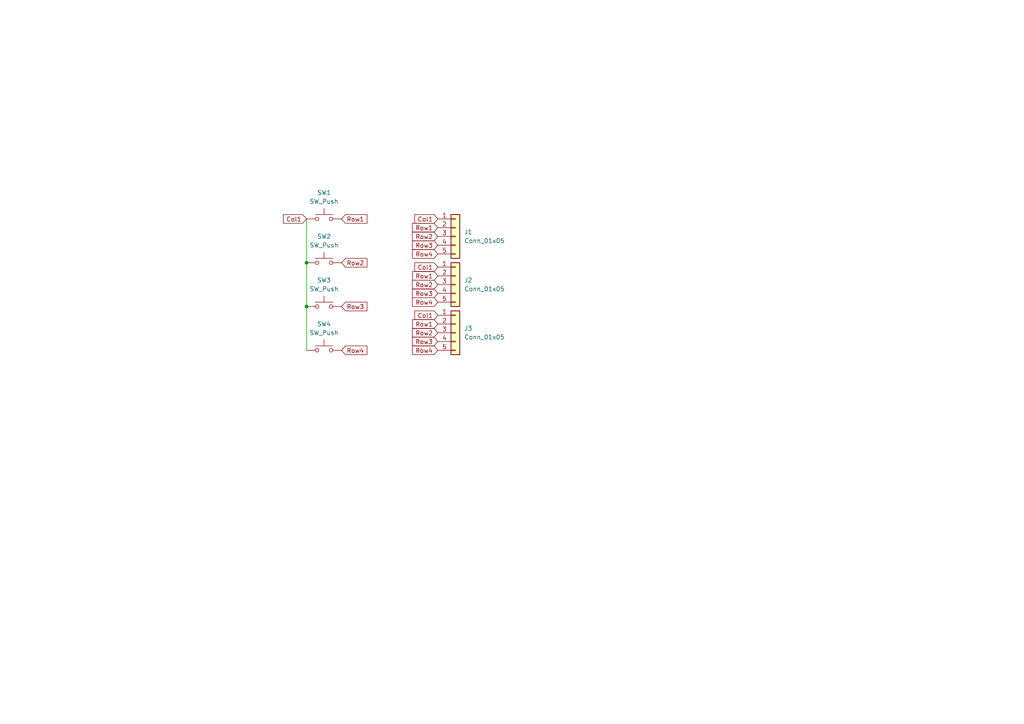
<source format=kicad_sch>
(kicad_sch (version 20211123) (generator eeschema)
  (paper "A4")
  (lib_symbols
    (symbol "Connector_Generic:Conn_01x05" (pin_names (offset 1.016) hide)
      (property "Reference" "J" (at 0 7.62 0))
      (property "Value" "Conn_01x05" (at 0 -7.62 0))
      (symbol "Conn_01x05_1_1"
        (rectangle (start -1.27 -4.953) (end 0 -5.207) (stroke (width 0.1524)))
        (rectangle (start -1.27 -2.413) (end 0 -2.667) (stroke (width 0.1524)))
        (rectangle (start -1.27 0.127) (end 0 -0.127) (stroke (width 0.1524)))
        (rectangle (start -1.27 2.667) (end 0 2.413) (stroke (width 0.1524)))
        (rectangle (start -1.27 5.207) (end 0 4.953) (stroke (width 0.1524)))
        (rectangle (start -1.27 6.35) (end 1.27 -6.35) (stroke (width 0.254)) (fill (type background)))
        (pin passive line (at -5.08 5.08 0) (length 3.81) (name "Pin_1") (number "1"))
        (pin passive line (at -5.08 2.54 0) (length 3.81) (name "Pin_2") (number "2"))
        (pin passive line (at -5.08 0 0) (length 3.81) (name "Pin_3") (number "3"))
        (pin passive line (at -5.08 -2.54 0) (length 3.81) (name "Pin_4") (number "4"))
        (pin passive line (at -5.08 -5.08 0) (length 3.81) (name "Pin_5") (number "5"))
      )
    )
    (symbol "Switch:SW_Push" (pin_numbers hide) (pin_names (offset 1.016) hide)
      (property "Reference" "SW" (at 1.27 2.54 0))
      (property "Value" "SW_Push" (at 0 -1.524 0))
      (symbol "SW_Push_0_1"
        (circle (center -2.032 0) (radius 0.508))
        (polyline (pts (xy 0 1.27) (xy 0 3.048)))
        (polyline (pts (xy 2.54 1.27) (xy -2.54 1.27)))
        (circle (center 2.032 0) (radius 0.508))
        (pin passive line (at -5.08 0 0) (length 2.54) (name "1") (number "1"))
        (pin passive line (at 5.08 0 180) (length 2.54) (name "2") (number "2"))
      )
    )
  )
  (junction (at 88.9 76.2))
  (junction (at 88.9 88.9))
  (wire (pts (xy 88.9 88.9) (xy 88.9 101.6)))
  (wire (pts (xy 88.9 76.2) (xy 88.9 88.9)))
  (wire (pts (xy 88.9 63.5) (xy 88.9 76.2)))
  (global_label "Row1" (shape input) (at 99.06 63.5 0) (property "Intersheet References" "${INTERSHEET_REFS}" (effects hide)))
  (global_label "Row2" (shape input) (at 127 82.55 180) (property "Intersheet References" "${INTERSHEET_REFS}" (effects hide)))
  (global_label "Row4" (shape input) (at 127 73.66 180) (property "Intersheet References" "${INTERSHEET_REFS}" (effects hide)))
  (global_label "Row4" (shape input) (at 127 87.63 180) (property "Intersheet References" "${INTERSHEET_REFS}" (effects hide)))
  (global_label "Row1" (shape input) (at 127 80.01 180) (property "Intersheet References" "${INTERSHEET_REFS}" (effects hide)))
  (global_label "Row4" (shape input) (at 99.06 101.6 0) (property "Intersheet References" "${INTERSHEET_REFS}" (effects hide)))
  (global_label "Row3" (shape input) (at 99.06 88.9 0) (property "Intersheet References" "${INTERSHEET_REFS}" (effects hide)))
  (global_label "Row3" (shape input) (at 127 71.12 180) (property "Intersheet References" "${INTERSHEET_REFS}" (effects hide)))
  (global_label "Row4" (shape input) (at 127 101.6 180) (property "Intersheet References" "${INTERSHEET_REFS}" (effects hide)))
  (global_label "Col1" (shape input) (at 88.9 63.5 180) (property "Intersheet References" "${INTERSHEET_REFS}" (effects hide)))
  (global_label "Row1" (shape input) (at 127 66.04 180) (property "Intersheet References" "${INTERSHEET_REFS}" (effects hide)))
  (global_label "Row2" (shape input) (at 127 68.58 180) (property "Intersheet References" "${INTERSHEET_REFS}" (effects hide)))
  (global_label "Row2" (shape input) (at 99.06 76.2 0) (property "Intersheet References" "${INTERSHEET_REFS}" (effects hide)))
  (global_label "Col1" (shape input) (at 127 91.44 180) (property "Intersheet References" "${INTERSHEET_REFS}" (effects hide)))
  (global_label "Row2" (shape input) (at 127 96.52 180) (property "Intersheet References" "${INTERSHEET_REFS}" (effects hide)))
  (global_label "Col1" (shape input) (at 127 77.47 180) (property "Intersheet References" "${INTERSHEET_REFS}" (effects hide)))
  (global_label "Row3" (shape input) (at 127 85.09 180) (property "Intersheet References" "${INTERSHEET_REFS}" (effects hide)))
  (global_label "Row1" (shape input) (at 127 93.98 180) (property "Intersheet References" "${INTERSHEET_REFS}" (effects hide)))
  (global_label "Row3" (shape input) (at 127 99.06 180) (property "Intersheet References" "${INTERSHEET_REFS}" (effects hide)))
  (global_label "Col1" (shape input) (at 127 63.5 180) (property "Intersheet References" "${INTERSHEET_REFS}" (effects hide)))
  (symbol (lib_id "Switch:SW_Push") (at 93.98 63.5 0) (unit 1)
    (property "Reference" "SW1" (at 93.98 55.88 0))
    (property "Value" "SW_Push" (at 93.98 58.42 0))
    (property "Footprint" "Keyboard_JSA:CherryMX_Hotswap" (effects hide))
  )
  (symbol (lib_id "Switch:SW_Push") (at 93.98 88.9 0) (unit 1)
    (property "Reference" "SW3" (at 93.98 81.28 0))
    (property "Value" "SW_Push" (at 93.98 83.82 0))
    (property "Footprint" "Keyboard_JSA:CherryMX_Hotswap" (effects hide))
  )
  (symbol (lib_id "Connector_Generic:Conn_01x05") (at 132.08 68.58 0) (unit 1)
    (property "Reference" "J1" (at 134.62 67.3099 0) (effects (justify left)))
    (property "Value" "Conn_01x05" (at 134.62 69.8499 0) (effects (justify left)))
    (property "Footprint" "Connector_PinHeader_2.54mm:PinHeader_1x05_P2.54mm_Vertical" (effects hide))
  )
  (symbol (lib_id "Switch:SW_Push") (at 93.98 76.2 0) (unit 1)
    (property "Reference" "SW2" (at 93.98 68.58 0))
    (property "Value" "SW_Push" (at 93.98 71.12 0))
    (property "Footprint" "Keyboard_JSA:CherryMX_Hotswap" (effects hide))
  )
  (symbol (lib_id "Connector_Generic:Conn_01x05") (at 132.08 82.55 0) (unit 1)
    (property "Reference" "J2" (at 134.62 81.2799 0) (effects (justify left)))
    (property "Value" "Conn_01x05" (at 134.62 83.8199 0) (effects (justify left)))
    (property "Footprint" "Connector_PinHeader_2.54mm:PinHeader_1x05_P2.54mm_Vertical" (effects hide))
  )
  (symbol (lib_id "Switch:SW_Push") (at 93.98 101.6 0) (unit 1)
    (property "Reference" "SW4" (at 93.98 93.98 0))
    (property "Value" "SW_Push" (at 93.98 96.52 0))
    (property "Footprint" "Keyboard_JSA:CherryMX_Hotswap" (effects hide))
  )
  (symbol (lib_id "Connector_Generic:Conn_01x05") (at 132.08 96.52 0) (unit 1)
    (property "Reference" "J3" (at 134.62 95.2499 0) (effects (justify left)))
    (property "Value" "Conn_01x05" (at 134.62 97.7899 0) (effects (justify left)))
    (property "Footprint" "Connector_PinHeader_2.54mm:PinHeader_1x05_P2.54mm_Vertical" (effects hide))
  )
)
</source>
